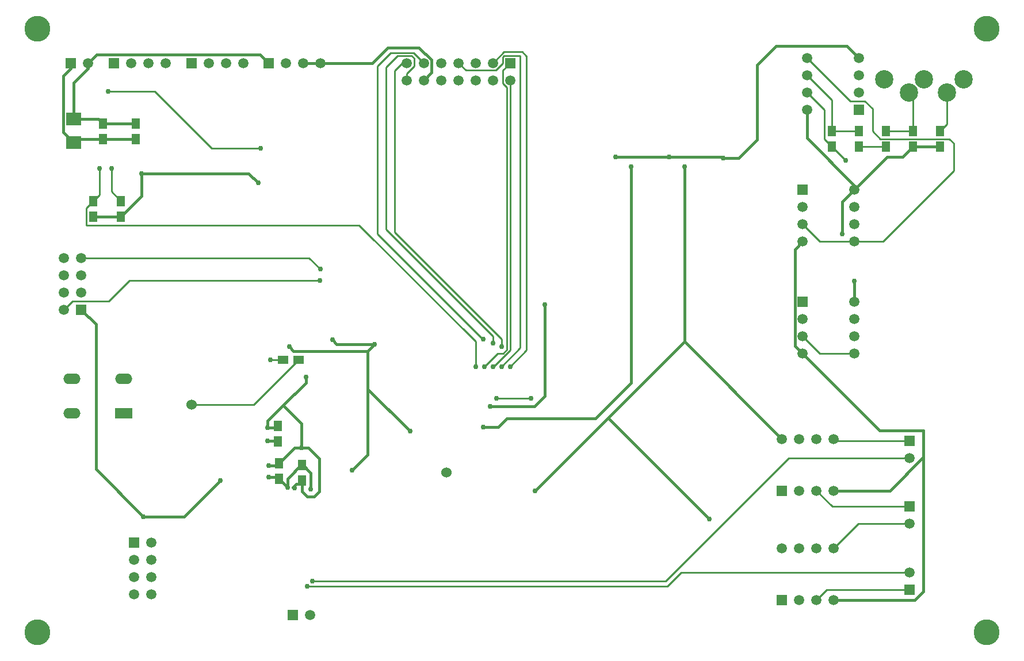
<source format=gbl>
G04 Layer_Physical_Order=2*
G04 Layer_Color=16711680*
%FSLAX25Y25*%
%MOIN*%
G70*
G01*
G75*
%ADD10R,0.06000X0.05000*%
%ADD11R,0.05000X0.06000*%
%ADD15R,0.09000X0.07500*%
%ADD25C,0.01000*%
%ADD26C,0.01500*%
%ADD27C,0.05905*%
%ADD28R,0.05905X0.05905*%
%ADD29C,0.06000*%
%ADD30R,0.05905X0.05905*%
%ADD31C,0.10650*%
%ADD32O,0.10000X0.06000*%
%ADD33R,0.10000X0.06000*%
%ADD34C,0.15000*%
%ADD35C,0.03000*%
D10*
X276500Y283140D02*
D03*
X267500D02*
D03*
D11*
X265000Y223140D02*
D03*
Y214140D02*
D03*
X278500Y213140D02*
D03*
Y222140D02*
D03*
X264500Y244640D02*
D03*
Y235640D02*
D03*
X648000Y415640D02*
D03*
Y406640D02*
D03*
X616750D02*
D03*
Y415640D02*
D03*
X632375Y406640D02*
D03*
Y415640D02*
D03*
X601125Y406640D02*
D03*
Y415640D02*
D03*
X585500D02*
D03*
Y406640D02*
D03*
X157500Y366140D02*
D03*
Y375140D02*
D03*
X173500Y366140D02*
D03*
Y375140D02*
D03*
X182000Y411140D02*
D03*
Y420140D02*
D03*
X163000Y411140D02*
D03*
Y420140D02*
D03*
D15*
X146000Y409140D02*
D03*
Y422640D02*
D03*
D25*
X489000Y154640D02*
X560500Y226140D01*
X284500Y154640D02*
X489000D01*
X560500Y226140D02*
X630500D01*
X322000Y453287D02*
X329706Y460993D01*
X322000Y356140D02*
Y453287D01*
X329706Y460993D02*
X343147D01*
X587500Y236140D02*
X630500D01*
X281500Y151640D02*
X490000D01*
X498000Y159640D01*
X630500D01*
X576500Y143640D02*
X582500Y149640D01*
X630500D01*
X586500Y173640D02*
X600750Y187890D01*
X630500D01*
X576500Y207140D02*
X585750Y197890D01*
X630500D01*
X586500Y237140D02*
X587500Y236140D01*
X391000Y260640D02*
X411000D01*
X568500Y296640D02*
X578500Y286640D01*
X598500D01*
X568500Y361640D02*
X578500Y351640D01*
X598500D01*
X653500Y411140D02*
X656000Y408640D01*
Y392640D02*
Y408640D01*
X615000Y351640D02*
X656000Y392640D01*
X598500Y351640D02*
X615000D01*
X613500Y411140D02*
X653500D01*
X609000Y415640D02*
X613500Y411140D01*
X609000Y415640D02*
Y428640D01*
X604500Y433140D02*
X609000Y428640D01*
X596000Y433140D02*
X604500D01*
X571000Y458140D02*
X596000Y433140D01*
X585500Y406640D02*
X593500Y398640D01*
X327000Y358640D02*
Y452640D01*
Y358640D02*
X389000Y296640D01*
X379000Y279140D02*
Y293640D01*
X394000Y279140D02*
X404747Y289887D01*
Y459393D01*
X395509D02*
X404747D01*
X394747Y458631D02*
X395509Y459393D01*
X394747Y454873D02*
Y458631D01*
X390761Y450887D02*
X394747Y454873D01*
X395493Y461640D02*
X406000D01*
X389000Y455147D02*
X395493Y461640D01*
X389000Y455140D02*
Y455147D01*
X373253Y450887D02*
X390761D01*
X369000Y455140D02*
X373253Y450887D01*
X394747Y443379D02*
Y450887D01*
X406000Y461640D02*
X408500Y459140D01*
Y288640D02*
Y459140D01*
X399000Y279140D02*
X408500Y288640D01*
X394747Y450887D02*
X399000Y455140D01*
X384000Y279140D02*
X391700Y286840D01*
X327000Y452640D02*
X333753Y459393D01*
X341747D01*
X343253Y457887D01*
X343147Y460993D02*
X349000Y455140D01*
X343253Y453379D02*
Y457887D01*
X339000Y449126D02*
X343253Y453379D01*
X339000Y445140D02*
Y449126D01*
X332000Y357140D02*
Y450640D01*
X336500Y455140D01*
X339000D01*
X153500Y371140D02*
X157500Y375140D01*
X153500Y361140D02*
Y371140D01*
X571000Y448140D02*
X585500Y433640D01*
Y415640D02*
Y433640D01*
X571000Y438140D02*
X581000Y428140D01*
Y411140D02*
Y428140D01*
Y411140D02*
X585500Y406640D01*
Y415640D02*
X601125D01*
Y406640D02*
X616750D01*
Y415640D02*
X632375D01*
X630200Y438140D02*
X632375Y435965D01*
Y415640D02*
Y435965D01*
X648000Y415640D02*
X652000Y419640D01*
Y438140D01*
X647500D02*
X652000D01*
X166000Y438640D02*
X193000D01*
X226000Y405640D02*
X254500D01*
X193000Y438640D02*
X226000Y405640D01*
X168000Y380640D02*
X173500Y375140D01*
X168000Y380640D02*
Y394140D01*
X157500Y375140D02*
X161000Y378640D01*
Y394140D01*
X322000Y356140D02*
X383000Y295140D01*
X383500D01*
X389000Y292640D02*
Y296640D01*
X399000Y288625D02*
Y445140D01*
X389000Y279140D02*
X389515D01*
X394747Y443379D02*
X397000Y441126D01*
X391700Y286840D02*
X394953D01*
X332000Y357140D02*
X394000Y295140D01*
X389515Y279140D02*
X399000Y288625D01*
X394953Y286840D02*
X397000Y288888D01*
Y441126D01*
X394000Y290640D02*
Y295140D01*
X260000Y283140D02*
X267500D01*
X250500Y257140D02*
X276500Y283140D01*
X214500Y257140D02*
X250500D01*
X311500Y361140D02*
X379000Y293640D01*
X153500Y361140D02*
X311500D01*
X282500Y342140D02*
X289000Y335640D01*
X150500Y342140D02*
X282500D01*
X178500Y329140D02*
X288800D01*
X166500Y317140D02*
X178500Y329140D01*
X145500Y317140D02*
X166500D01*
X140500Y312140D02*
X145500Y317140D01*
D26*
X186500Y192140D02*
X210000D01*
X231000Y213140D01*
X307500Y219140D02*
X316500Y228140D01*
Y266140D01*
X341000Y241640D01*
X316500Y266140D02*
Y288140D01*
X387500Y256140D02*
X413000D01*
X419000Y262140D01*
Y315140D01*
X267500Y256640D02*
X280600Y269740D01*
X258500Y247640D02*
X267500Y256640D01*
X278000Y232140D02*
Y246140D01*
X267500Y256640D02*
X278000Y246140D01*
Y232140D02*
X282000D01*
X274000D02*
X278000D01*
X282000D02*
X288500Y225640D01*
X265000Y223140D02*
X274000Y232140D01*
X258500Y243640D02*
Y247640D01*
X280600Y269740D02*
Y273140D01*
X316500Y288140D02*
X320500Y292140D01*
X273500Y288140D02*
X316500D01*
X270990Y290650D02*
X273500Y288140D01*
X288500Y206640D02*
Y225640D01*
X285500Y203640D02*
X288500Y206640D01*
X281500Y203640D02*
X285500D01*
X278500Y206640D02*
X281500Y203640D01*
X278500Y206640D02*
Y213140D01*
X265000Y214140D02*
X270000Y209140D01*
X263500Y221640D02*
X265000Y223140D01*
X259000Y221640D02*
X263500D01*
X264000Y215140D02*
X265000Y214140D01*
X259000Y215140D02*
X264000D01*
X298500Y292140D02*
X320500D01*
X296000Y294640D02*
X298500Y292140D01*
X455500Y249140D02*
X500000Y293640D01*
X413500Y207140D02*
X455500Y249140D01*
X456000D01*
X514500Y190640D01*
X328000Y464140D02*
X346085D01*
X319000Y455140D02*
X328000Y464140D01*
X289000Y455140D02*
X319000D01*
X346085Y464140D02*
X353303Y456922D01*
Y456852D02*
X353500Y456655D01*
X353303Y456852D02*
Y456922D01*
X586500Y143640D02*
X633500D01*
X638500Y148640D01*
Y226640D01*
X586500Y207140D02*
X619000D01*
X638500Y226640D01*
Y242140D01*
X613000D02*
X638500D01*
X568500Y286640D02*
X613000Y242140D01*
X500000Y293640D02*
X556500Y237140D01*
X491000Y400640D02*
X522000D01*
X522500Y400140D01*
X564000Y291140D02*
X568500Y286640D01*
X564000Y291140D02*
Y347140D01*
X568500Y351640D01*
X598500Y316640D02*
Y328640D01*
X591500Y356140D02*
Y374640D01*
X598500Y381640D01*
X594000Y465140D02*
X601000Y458140D01*
X553000Y465140D02*
X594000D01*
X542000Y454140D02*
X553000Y465140D01*
X542000Y410640D02*
Y454140D01*
X600000Y448140D02*
X601000D01*
X598500Y381640D02*
Y384140D01*
X571000Y411640D02*
X598500Y384140D01*
X571000Y411640D02*
Y428140D01*
X531500Y400140D02*
X542000Y410640D01*
X522500Y400140D02*
X531500D01*
X460000Y400640D02*
X491000D01*
X185500Y391140D02*
X247500D01*
X253000Y385640D01*
X279000Y455140D02*
X289000D01*
X349000Y445140D02*
X353500Y449640D01*
Y456655D01*
X254000Y460140D02*
X259000Y455140D01*
X159500Y460140D02*
X254000D01*
X154500Y455140D02*
X159500Y460140D01*
X146000Y422640D02*
X160500D01*
X163000Y420140D01*
X146000Y422640D02*
Y443640D01*
X154500Y452140D01*
X154000Y452640D02*
X154500Y452140D01*
X163000Y420140D02*
X182000D01*
X598500Y381640D02*
X617500Y400640D01*
X626375D01*
X632375Y406640D01*
X648000D01*
X157500Y366140D02*
X173500D01*
X185500Y378140D01*
Y391140D01*
X146000Y409140D02*
X148000Y411140D01*
X163000D01*
X144000Y452640D02*
X144500Y452140D01*
X163000Y411140D02*
X182000D01*
X139950Y447590D02*
X144500Y452140D01*
X139950Y415190D02*
X146000Y409140D01*
X139950Y415190D02*
Y447590D01*
X500000Y293640D02*
Y395140D01*
X469000Y269640D02*
Y395140D01*
X448500Y249140D02*
X469000Y269640D01*
X397000Y249140D02*
X448500D01*
X392000Y244140D02*
X397000Y249140D01*
X383500Y244140D02*
X392000D01*
X273000Y209140D02*
X273500Y208640D01*
X275000Y211140D02*
X278000D01*
X270000Y209140D02*
Y214140D01*
X273500Y208640D02*
X274000D01*
X283500Y208140D02*
Y217490D01*
X258500Y243640D02*
X263500D01*
X264500Y244640D01*
X258500Y236140D02*
X264000D01*
X264500Y235640D01*
X159000Y219640D02*
X186500Y192140D01*
X159000Y219640D02*
Y303640D01*
X150500Y312140D02*
X159000Y303640D01*
X273000Y209140D02*
X275000Y211140D01*
X144000Y452640D02*
Y455140D01*
X270000Y214140D02*
X278425Y222565D01*
X283500Y217490D01*
X154000Y452640D02*
Y455140D01*
D27*
X339000Y445140D02*
D03*
Y455140D02*
D03*
X349000Y445140D02*
D03*
Y455140D02*
D03*
X359000Y445140D02*
D03*
Y455140D02*
D03*
X369000Y445140D02*
D03*
Y455140D02*
D03*
X379000Y445140D02*
D03*
Y455140D02*
D03*
X389000Y445140D02*
D03*
Y455140D02*
D03*
X399000Y445140D02*
D03*
X191000Y177140D02*
D03*
X181000Y167140D02*
D03*
X191000D02*
D03*
X181000Y157140D02*
D03*
X191000D02*
D03*
X181000Y147140D02*
D03*
X191000D02*
D03*
X586500Y237140D02*
D03*
X576500D02*
D03*
X566500D02*
D03*
X556500D02*
D03*
X586500Y207140D02*
D03*
X576500D02*
D03*
X566500D02*
D03*
X586500Y173640D02*
D03*
X576500D02*
D03*
X566500D02*
D03*
X556500D02*
D03*
X586500Y143640D02*
D03*
X576500D02*
D03*
X566500D02*
D03*
X598500Y351640D02*
D03*
Y361640D02*
D03*
Y371640D02*
D03*
Y381640D02*
D03*
X568500Y351640D02*
D03*
Y361640D02*
D03*
Y371640D02*
D03*
X598500Y286640D02*
D03*
Y296640D02*
D03*
Y306640D02*
D03*
Y316640D02*
D03*
X568500Y286640D02*
D03*
Y296640D02*
D03*
Y306640D02*
D03*
X571000Y458140D02*
D03*
Y448140D02*
D03*
Y438140D02*
D03*
Y428140D02*
D03*
X601000Y458140D02*
D03*
Y448140D02*
D03*
Y438140D02*
D03*
X179500Y455140D02*
D03*
X189500D02*
D03*
X199500D02*
D03*
X224500D02*
D03*
X234500D02*
D03*
X244500D02*
D03*
X269000D02*
D03*
X279000D02*
D03*
X289000D02*
D03*
X630500Y187890D02*
D03*
Y159640D02*
D03*
X154500Y455140D02*
D03*
X630500Y226140D02*
D03*
X283000Y135140D02*
D03*
X140500Y312140D02*
D03*
X150500Y322140D02*
D03*
X140500D02*
D03*
X150500Y332140D02*
D03*
X140500D02*
D03*
X150500Y342140D02*
D03*
X140500D02*
D03*
D28*
X399000Y455140D02*
D03*
X568500Y381640D02*
D03*
Y316640D02*
D03*
X601000Y428140D02*
D03*
X169500Y455140D02*
D03*
X214500D02*
D03*
X259000D02*
D03*
X144500D02*
D03*
X273000Y135140D02*
D03*
D29*
X362000Y217640D02*
D03*
X214500Y257140D02*
D03*
D30*
X181000Y177140D02*
D03*
X556500Y207140D02*
D03*
Y143640D02*
D03*
X630500Y197890D02*
D03*
Y149640D02*
D03*
Y236140D02*
D03*
X150500Y312140D02*
D03*
D31*
X630200Y438140D02*
D03*
X652000D02*
D03*
X638600Y445840D02*
D03*
X615600D02*
D03*
X661600D02*
D03*
D32*
X175000Y272140D02*
D03*
X145000D02*
D03*
Y252140D02*
D03*
D33*
X175000D02*
D03*
D34*
X125000Y475000D02*
D03*
Y125000D02*
D03*
X675000D02*
D03*
Y475000D02*
D03*
D35*
X186500Y192140D02*
D03*
X231000Y213140D02*
D03*
X307500Y219140D02*
D03*
X341000Y241640D02*
D03*
X387500Y256140D02*
D03*
X419000Y315140D02*
D03*
X278000Y232140D02*
D03*
X280600Y273140D02*
D03*
X270990Y290650D02*
D03*
X259000Y221640D02*
D03*
Y215140D02*
D03*
X320500Y292140D02*
D03*
X296000Y294640D02*
D03*
X514500Y190640D02*
D03*
X413500Y207140D02*
D03*
X500000Y395140D02*
D03*
X281500Y151640D02*
D03*
X284500Y154640D02*
D03*
X411000Y260640D02*
D03*
X391000D02*
D03*
X598500Y328640D02*
D03*
X591500Y356140D02*
D03*
X593500Y398640D02*
D03*
X522500Y400140D02*
D03*
X491000Y400640D02*
D03*
X460000D02*
D03*
X253000Y385640D02*
D03*
X399000Y279140D02*
D03*
X389000D02*
D03*
X394000D02*
D03*
X384000D02*
D03*
X166000Y438640D02*
D03*
X379000Y279140D02*
D03*
X185500Y391140D02*
D03*
X254500Y405640D02*
D03*
X168000Y394140D02*
D03*
X161000D02*
D03*
X383500Y295140D02*
D03*
X389000Y292640D02*
D03*
X394000Y290640D02*
D03*
X283500Y208140D02*
D03*
X258500Y243640D02*
D03*
Y236140D02*
D03*
X260000Y283140D02*
D03*
X469000Y395140D02*
D03*
X383500Y244140D02*
D03*
X270000Y209140D02*
D03*
X274000Y208640D02*
D03*
X288800Y329140D02*
D03*
X289000Y335640D02*
D03*
M02*

</source>
